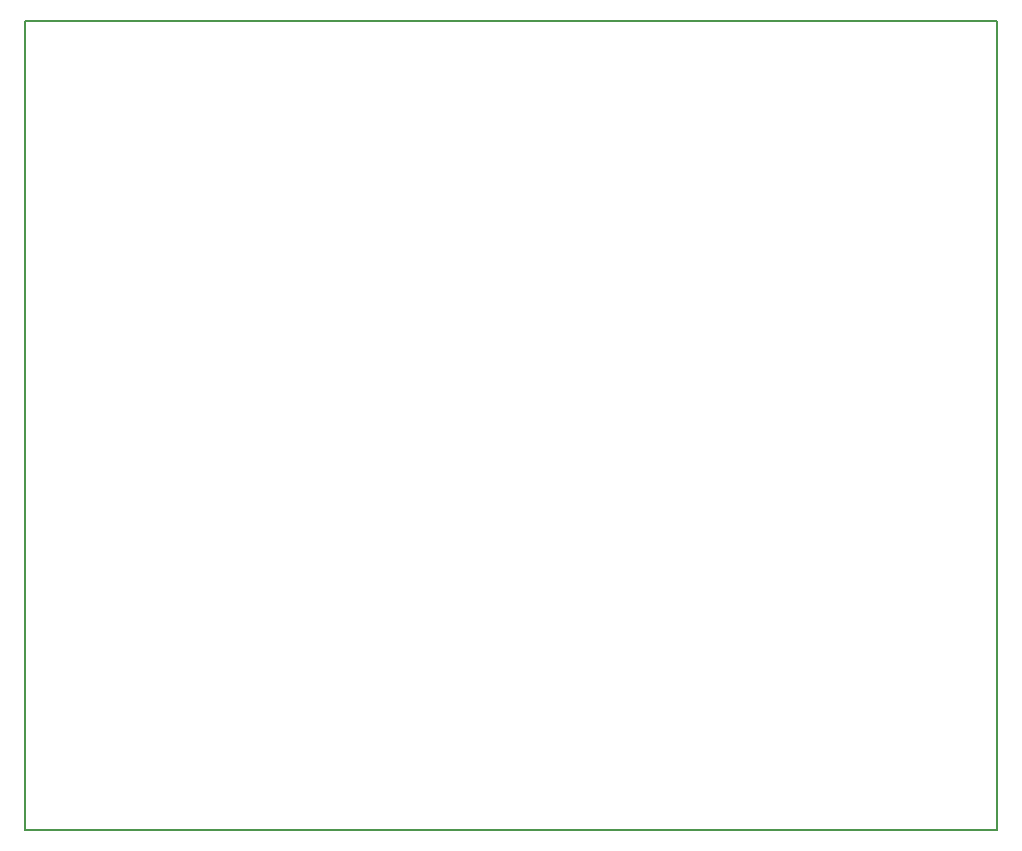
<source format=gm1>
G04 #@! TF.GenerationSoftware,KiCad,Pcbnew,5.0.1+dfsg1-3*
G04 #@! TF.CreationDate,2018-12-17T22:42:35+02:00*
G04 #@! TF.ProjectId,isl_board,69736C5F626F6172642E6B696361645F,rev?*
G04 #@! TF.SameCoordinates,Original*
G04 #@! TF.FileFunction,Profile,NP*
%FSLAX46Y46*%
G04 Gerber Fmt 4.6, Leading zero omitted, Abs format (unit mm)*
G04 Created by KiCad (PCBNEW 5.0.1+dfsg1-3) date 2018-12-17T22:42:35 EET*
%MOMM*%
%LPD*%
G01*
G04 APERTURE LIST*
%ADD10C,0.150000*%
G04 APERTURE END LIST*
D10*
X99760000Y-95000000D02*
X17460000Y-95000000D01*
X99760000Y-26550000D02*
X99760000Y-95000000D01*
X17460000Y-26550000D02*
X99760000Y-26550000D01*
X17460000Y-95000000D02*
X17460000Y-26550000D01*
M02*

</source>
